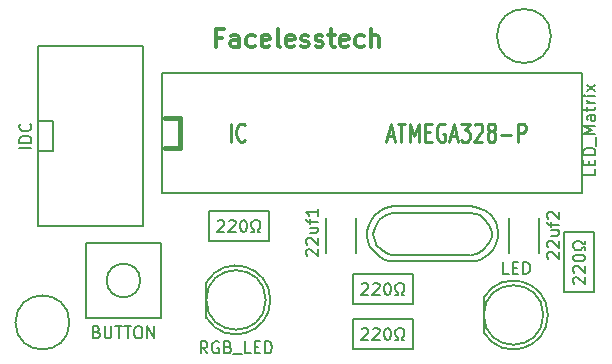
<source format=gbr>
G04 #@! TF.FileFunction,Legend,Top*
%FSLAX46Y46*%
G04 Gerber Fmt 4.6, Leading zero omitted, Abs format (unit mm)*
G04 Created by KiCad (PCBNEW 0.201509182046+6202~30~ubuntu15.04.1-product) date Mon 21 Sep 2015 15:06:14 BST*
%MOMM*%
G01*
G04 APERTURE LIST*
%ADD10C,0.100000*%
%ADD11C,0.300000*%
%ADD12C,0.150000*%
%ADD13C,0.381000*%
%ADD14C,0.285750*%
G04 APERTURE END LIST*
D10*
D11*
X144356144Y-64281857D02*
X143856144Y-64281857D01*
X143856144Y-65067571D02*
X143856144Y-63567571D01*
X144570430Y-63567571D01*
X145784715Y-65067571D02*
X145784715Y-64281857D01*
X145713286Y-64139000D01*
X145570429Y-64067571D01*
X145284715Y-64067571D01*
X145141858Y-64139000D01*
X145784715Y-64996143D02*
X145641858Y-65067571D01*
X145284715Y-65067571D01*
X145141858Y-64996143D01*
X145070429Y-64853286D01*
X145070429Y-64710429D01*
X145141858Y-64567571D01*
X145284715Y-64496143D01*
X145641858Y-64496143D01*
X145784715Y-64424714D01*
X147141858Y-64996143D02*
X146999001Y-65067571D01*
X146713287Y-65067571D01*
X146570429Y-64996143D01*
X146499001Y-64924714D01*
X146427572Y-64781857D01*
X146427572Y-64353286D01*
X146499001Y-64210429D01*
X146570429Y-64139000D01*
X146713287Y-64067571D01*
X146999001Y-64067571D01*
X147141858Y-64139000D01*
X148356143Y-64996143D02*
X148213286Y-65067571D01*
X147927572Y-65067571D01*
X147784715Y-64996143D01*
X147713286Y-64853286D01*
X147713286Y-64281857D01*
X147784715Y-64139000D01*
X147927572Y-64067571D01*
X148213286Y-64067571D01*
X148356143Y-64139000D01*
X148427572Y-64281857D01*
X148427572Y-64424714D01*
X147713286Y-64567571D01*
X149284715Y-65067571D02*
X149141857Y-64996143D01*
X149070429Y-64853286D01*
X149070429Y-63567571D01*
X150427571Y-64996143D02*
X150284714Y-65067571D01*
X149999000Y-65067571D01*
X149856143Y-64996143D01*
X149784714Y-64853286D01*
X149784714Y-64281857D01*
X149856143Y-64139000D01*
X149999000Y-64067571D01*
X150284714Y-64067571D01*
X150427571Y-64139000D01*
X150499000Y-64281857D01*
X150499000Y-64424714D01*
X149784714Y-64567571D01*
X151070428Y-64996143D02*
X151213285Y-65067571D01*
X151499000Y-65067571D01*
X151641857Y-64996143D01*
X151713285Y-64853286D01*
X151713285Y-64781857D01*
X151641857Y-64639000D01*
X151499000Y-64567571D01*
X151284714Y-64567571D01*
X151141857Y-64496143D01*
X151070428Y-64353286D01*
X151070428Y-64281857D01*
X151141857Y-64139000D01*
X151284714Y-64067571D01*
X151499000Y-64067571D01*
X151641857Y-64139000D01*
X152284714Y-64996143D02*
X152427571Y-65067571D01*
X152713286Y-65067571D01*
X152856143Y-64996143D01*
X152927571Y-64853286D01*
X152927571Y-64781857D01*
X152856143Y-64639000D01*
X152713286Y-64567571D01*
X152499000Y-64567571D01*
X152356143Y-64496143D01*
X152284714Y-64353286D01*
X152284714Y-64281857D01*
X152356143Y-64139000D01*
X152499000Y-64067571D01*
X152713286Y-64067571D01*
X152856143Y-64139000D01*
X153356143Y-64067571D02*
X153927572Y-64067571D01*
X153570429Y-63567571D02*
X153570429Y-64853286D01*
X153641857Y-64996143D01*
X153784715Y-65067571D01*
X153927572Y-65067571D01*
X154999000Y-64996143D02*
X154856143Y-65067571D01*
X154570429Y-65067571D01*
X154427572Y-64996143D01*
X154356143Y-64853286D01*
X154356143Y-64281857D01*
X154427572Y-64139000D01*
X154570429Y-64067571D01*
X154856143Y-64067571D01*
X154999000Y-64139000D01*
X155070429Y-64281857D01*
X155070429Y-64424714D01*
X154356143Y-64567571D01*
X156356143Y-64996143D02*
X156213286Y-65067571D01*
X155927572Y-65067571D01*
X155784714Y-64996143D01*
X155713286Y-64924714D01*
X155641857Y-64781857D01*
X155641857Y-64353286D01*
X155713286Y-64210429D01*
X155784714Y-64139000D01*
X155927572Y-64067571D01*
X156213286Y-64067571D01*
X156356143Y-64139000D01*
X156999000Y-65067571D02*
X156999000Y-63567571D01*
X157641857Y-65067571D02*
X157641857Y-64281857D01*
X157570428Y-64139000D01*
X157427571Y-64067571D01*
X157213286Y-64067571D01*
X157070428Y-64139000D01*
X156999000Y-64210429D01*
D12*
X157480000Y-81899760D02*
X157279340Y-81498440D01*
X157279340Y-81498440D02*
X157177740Y-80899000D01*
X157177740Y-80899000D02*
X157279340Y-80398620D01*
X157279340Y-80398620D02*
X157678120Y-79700120D01*
X157678120Y-79700120D02*
X158280100Y-79298800D01*
X158280100Y-79298800D02*
X158879540Y-79098140D01*
X158879540Y-79098140D02*
X165478460Y-79098140D01*
X165478460Y-79098140D02*
X166179500Y-79298800D01*
X166179500Y-79298800D02*
X166578280Y-79598520D01*
X166578280Y-79598520D02*
X166979600Y-80098900D01*
X166979600Y-80098900D02*
X167180260Y-80698340D01*
X167180260Y-80698340D02*
X167180260Y-81198720D01*
X167180260Y-81198720D02*
X166979600Y-81699100D01*
X166979600Y-81699100D02*
X166479220Y-82298540D01*
X166479220Y-82298540D02*
X165978840Y-82598260D01*
X165978840Y-82598260D02*
X165478460Y-82699860D01*
X165379400Y-82699860D02*
X158777940Y-82699860D01*
X158777940Y-82699860D02*
X158379160Y-82598260D01*
X158379160Y-82598260D02*
X157878780Y-82298540D01*
X157878780Y-82298540D02*
X157378400Y-81798160D01*
X165369240Y-83228180D02*
X165828980Y-83179920D01*
X165828980Y-83179920D02*
X166227760Y-83068160D01*
X166227760Y-83068160D02*
X166659560Y-82849720D01*
X166659560Y-82849720D02*
X166949120Y-82618580D01*
X166949120Y-82618580D02*
X167279320Y-82268060D01*
X167279320Y-82268060D02*
X167568880Y-81729580D01*
X167568880Y-81729580D02*
X167698420Y-81130140D01*
X167698420Y-81130140D02*
X167698420Y-80619600D01*
X167698420Y-80619600D02*
X167528240Y-79918560D01*
X167528240Y-79918560D02*
X167129460Y-79329280D01*
X167129460Y-79329280D02*
X166669720Y-78958440D01*
X166669720Y-78958440D02*
X166248080Y-78750160D01*
X166248080Y-78750160D02*
X165798500Y-78590140D01*
X165798500Y-78590140D02*
X165359080Y-78559660D01*
X158018480Y-78778100D02*
X157640020Y-78999080D01*
X157640020Y-78999080D02*
X157319980Y-79278480D01*
X157319980Y-79278480D02*
X157068520Y-79608680D01*
X157068520Y-79608680D02*
X156768800Y-80159860D01*
X156768800Y-80159860D02*
X156659580Y-80629760D01*
X156659580Y-80629760D02*
X156639260Y-81089500D01*
X156639260Y-81089500D02*
X156728160Y-81549240D01*
X156728160Y-81549240D02*
X156918660Y-81998820D01*
X156918660Y-81998820D02*
X157279340Y-82468720D01*
X157279340Y-82468720D02*
X157629860Y-82788760D01*
X157629860Y-82788760D02*
X158018480Y-83019900D01*
X158018480Y-83019900D02*
X158447740Y-83159600D01*
X158447740Y-83159600D02*
X158889700Y-83228180D01*
X165379400Y-78569820D02*
X158927800Y-78569820D01*
X158927800Y-78569820D02*
X158508700Y-78607920D01*
X158508700Y-78607920D02*
X158018480Y-78778100D01*
X165379400Y-83228180D02*
X158927800Y-83228180D01*
X155682000Y-79506000D02*
X155682000Y-82506000D01*
X153182000Y-82506000D02*
X153182000Y-79506000D01*
X171176000Y-79506000D02*
X171176000Y-82506000D01*
X168676000Y-82506000D02*
X168676000Y-79506000D01*
X166552112Y-89281904D02*
G75*
G03X166537000Y-86257000I2484888J1524904D01*
G01*
X166537000Y-89257000D02*
X166537000Y-86257000D01*
X171554936Y-87757000D02*
G75*
G03X171554936Y-87757000I-2517936J0D01*
G01*
X139319000Y-67310000D02*
X174879000Y-67310000D01*
X174879000Y-67310000D02*
X174879000Y-77470000D01*
X174879000Y-77470000D02*
X139319000Y-77470000D01*
X139319000Y-77470000D02*
X139319000Y-67310000D01*
D13*
X139573000Y-71120000D02*
X140843000Y-71120000D01*
X140843000Y-71120000D02*
X140843000Y-73660000D01*
X140843000Y-73660000D02*
X139573000Y-73660000D01*
D12*
X143256000Y-78994000D02*
X148336000Y-78994000D01*
X148336000Y-78994000D02*
X148336000Y-81534000D01*
X148336000Y-81534000D02*
X143256000Y-81534000D01*
X143256000Y-81534000D02*
X143256000Y-78994000D01*
X155448000Y-84328000D02*
X160528000Y-84328000D01*
X160528000Y-84328000D02*
X160528000Y-86868000D01*
X160528000Y-86868000D02*
X155448000Y-86868000D01*
X155448000Y-86868000D02*
X155448000Y-84328000D01*
X155448000Y-88138000D02*
X160528000Y-88138000D01*
X160528000Y-88138000D02*
X160528000Y-90678000D01*
X160528000Y-90678000D02*
X155448000Y-90678000D01*
X155448000Y-90678000D02*
X155448000Y-88138000D01*
X175895000Y-80772000D02*
X175895000Y-85852000D01*
X175895000Y-85852000D02*
X173355000Y-85852000D01*
X173355000Y-85852000D02*
X173355000Y-80772000D01*
X173355000Y-80772000D02*
X175895000Y-80772000D01*
X130048000Y-71374000D02*
X130048000Y-73914000D01*
X130048000Y-73914000D02*
X128778000Y-73914000D01*
X128778000Y-71374000D02*
X130048000Y-71374000D01*
X137668000Y-65024000D02*
X137668000Y-80264000D01*
X137668000Y-80264000D02*
X128778000Y-80264000D01*
X128778000Y-80264000D02*
X128778000Y-65024000D01*
X128778000Y-65024000D02*
X137668000Y-65024000D01*
X143057112Y-88011904D02*
G75*
G03X143042000Y-84987000I2484888J1524904D01*
G01*
X143042000Y-87987000D02*
X143042000Y-84987000D01*
X148059936Y-86487000D02*
G75*
G03X148059936Y-86487000I-2517936J0D01*
G01*
X137436903Y-84836000D02*
G75*
G03X137436903Y-84836000I-1419903J0D01*
G01*
X139192000Y-88011000D02*
X132842000Y-88011000D01*
X132842000Y-88011000D02*
X132842000Y-82931000D01*
X132842000Y-82931000D02*
X132842000Y-81661000D01*
X132842000Y-81661000D02*
X139192000Y-81661000D01*
X139192000Y-81661000D02*
X139192000Y-88011000D01*
X172212000Y-64135000D02*
G75*
G03X172212000Y-64135000I-2286000J0D01*
G01*
X131445000Y-88392000D02*
G75*
G03X131445000Y-88392000I-2286000J0D01*
G01*
X151566619Y-82748191D02*
X151519000Y-82700572D01*
X151471381Y-82605334D01*
X151471381Y-82367238D01*
X151519000Y-82272000D01*
X151566619Y-82224381D01*
X151661857Y-82176762D01*
X151757095Y-82176762D01*
X151899952Y-82224381D01*
X152471381Y-82795810D01*
X152471381Y-82176762D01*
X151566619Y-81795810D02*
X151519000Y-81748191D01*
X151471381Y-81652953D01*
X151471381Y-81414857D01*
X151519000Y-81319619D01*
X151566619Y-81272000D01*
X151661857Y-81224381D01*
X151757095Y-81224381D01*
X151899952Y-81272000D01*
X152471381Y-81843429D01*
X152471381Y-81224381D01*
X151804714Y-80367238D02*
X152471381Y-80367238D01*
X151804714Y-80795810D02*
X152328524Y-80795810D01*
X152423762Y-80748191D01*
X152471381Y-80652953D01*
X152471381Y-80510095D01*
X152423762Y-80414857D01*
X152376143Y-80367238D01*
X151804714Y-80033905D02*
X151804714Y-79652953D01*
X152471381Y-79891048D02*
X151614238Y-79891048D01*
X151519000Y-79843429D01*
X151471381Y-79748191D01*
X151471381Y-79652953D01*
X152471381Y-78795809D02*
X152471381Y-79367238D01*
X152471381Y-79081524D02*
X151471381Y-79081524D01*
X151614238Y-79176762D01*
X151709476Y-79272000D01*
X151757095Y-79367238D01*
X171973619Y-82982191D02*
X171926000Y-82934572D01*
X171878381Y-82839334D01*
X171878381Y-82601238D01*
X171926000Y-82506000D01*
X171973619Y-82458381D01*
X172068857Y-82410762D01*
X172164095Y-82410762D01*
X172306952Y-82458381D01*
X172878381Y-83029810D01*
X172878381Y-82410762D01*
X171973619Y-82029810D02*
X171926000Y-81982191D01*
X171878381Y-81886953D01*
X171878381Y-81648857D01*
X171926000Y-81553619D01*
X171973619Y-81506000D01*
X172068857Y-81458381D01*
X172164095Y-81458381D01*
X172306952Y-81506000D01*
X172878381Y-82077429D01*
X172878381Y-81458381D01*
X172211714Y-80601238D02*
X172878381Y-80601238D01*
X172211714Y-81029810D02*
X172735524Y-81029810D01*
X172830762Y-80982191D01*
X172878381Y-80886953D01*
X172878381Y-80744095D01*
X172830762Y-80648857D01*
X172783143Y-80601238D01*
X172211714Y-80267905D02*
X172211714Y-79886953D01*
X172878381Y-80125048D02*
X172021238Y-80125048D01*
X171926000Y-80077429D01*
X171878381Y-79982191D01*
X171878381Y-79886953D01*
X171973619Y-79601238D02*
X171926000Y-79553619D01*
X171878381Y-79458381D01*
X171878381Y-79220285D01*
X171926000Y-79125047D01*
X171973619Y-79077428D01*
X172068857Y-79029809D01*
X172164095Y-79029809D01*
X172306952Y-79077428D01*
X172878381Y-79648857D01*
X172878381Y-79029809D01*
X168648143Y-84272381D02*
X168171952Y-84272381D01*
X168171952Y-83272381D01*
X168981476Y-83748571D02*
X169314810Y-83748571D01*
X169457667Y-84272381D02*
X168981476Y-84272381D01*
X168981476Y-83272381D01*
X169457667Y-83272381D01*
X169886238Y-84272381D02*
X169886238Y-83272381D01*
X170124333Y-83272381D01*
X170267191Y-83320000D01*
X170362429Y-83415238D01*
X170410048Y-83510476D01*
X170457667Y-83700952D01*
X170457667Y-83843810D01*
X170410048Y-84034286D01*
X170362429Y-84129524D01*
X170267191Y-84224762D01*
X170124333Y-84272381D01*
X169886238Y-84272381D01*
D14*
X145097500Y-73079429D02*
X145097500Y-71555429D01*
X146294929Y-72934286D02*
X146240500Y-73006857D01*
X146077214Y-73079429D01*
X145968357Y-73079429D01*
X145805072Y-73006857D01*
X145696214Y-72861714D01*
X145641786Y-72716571D01*
X145587357Y-72426286D01*
X145587357Y-72208571D01*
X145641786Y-71918286D01*
X145696214Y-71773143D01*
X145805072Y-71628000D01*
X145968357Y-71555429D01*
X146077214Y-71555429D01*
X146240500Y-71628000D01*
X146294929Y-71700571D01*
X158359929Y-72644000D02*
X158904215Y-72644000D01*
X158251072Y-73079429D02*
X158632072Y-71555429D01*
X159013072Y-73079429D01*
X159230786Y-71555429D02*
X159883929Y-71555429D01*
X159557358Y-73079429D02*
X159557358Y-71555429D01*
X160264929Y-73079429D02*
X160264929Y-71555429D01*
X160645929Y-72644000D01*
X161026929Y-71555429D01*
X161026929Y-73079429D01*
X161571215Y-72281143D02*
X161952215Y-72281143D01*
X162115501Y-73079429D02*
X161571215Y-73079429D01*
X161571215Y-71555429D01*
X162115501Y-71555429D01*
X163204072Y-71628000D02*
X163095215Y-71555429D01*
X162931929Y-71555429D01*
X162768644Y-71628000D01*
X162659786Y-71773143D01*
X162605358Y-71918286D01*
X162550929Y-72208571D01*
X162550929Y-72426286D01*
X162605358Y-72716571D01*
X162659786Y-72861714D01*
X162768644Y-73006857D01*
X162931929Y-73079429D01*
X163040786Y-73079429D01*
X163204072Y-73006857D01*
X163258501Y-72934286D01*
X163258501Y-72426286D01*
X163040786Y-72426286D01*
X163693929Y-72644000D02*
X164238215Y-72644000D01*
X163585072Y-73079429D02*
X163966072Y-71555429D01*
X164347072Y-73079429D01*
X164619215Y-71555429D02*
X165326786Y-71555429D01*
X164945786Y-72136000D01*
X165109072Y-72136000D01*
X165217929Y-72208571D01*
X165272358Y-72281143D01*
X165326786Y-72426286D01*
X165326786Y-72789143D01*
X165272358Y-72934286D01*
X165217929Y-73006857D01*
X165109072Y-73079429D01*
X164782500Y-73079429D01*
X164673643Y-73006857D01*
X164619215Y-72934286D01*
X165762214Y-71700571D02*
X165816643Y-71628000D01*
X165925500Y-71555429D01*
X166197643Y-71555429D01*
X166306500Y-71628000D01*
X166360929Y-71700571D01*
X166415357Y-71845714D01*
X166415357Y-71990857D01*
X166360929Y-72208571D01*
X165707786Y-73079429D01*
X166415357Y-73079429D01*
X167068500Y-72208571D02*
X166959642Y-72136000D01*
X166905214Y-72063429D01*
X166850785Y-71918286D01*
X166850785Y-71845714D01*
X166905214Y-71700571D01*
X166959642Y-71628000D01*
X167068500Y-71555429D01*
X167286214Y-71555429D01*
X167395071Y-71628000D01*
X167449500Y-71700571D01*
X167503928Y-71845714D01*
X167503928Y-71918286D01*
X167449500Y-72063429D01*
X167395071Y-72136000D01*
X167286214Y-72208571D01*
X167068500Y-72208571D01*
X166959642Y-72281143D01*
X166905214Y-72353714D01*
X166850785Y-72498857D01*
X166850785Y-72789143D01*
X166905214Y-72934286D01*
X166959642Y-73006857D01*
X167068500Y-73079429D01*
X167286214Y-73079429D01*
X167395071Y-73006857D01*
X167449500Y-72934286D01*
X167503928Y-72789143D01*
X167503928Y-72498857D01*
X167449500Y-72353714D01*
X167395071Y-72281143D01*
X167286214Y-72208571D01*
X167993785Y-72498857D02*
X168864642Y-72498857D01*
X169408928Y-73079429D02*
X169408928Y-71555429D01*
X169844356Y-71555429D01*
X169953214Y-71628000D01*
X170007642Y-71700571D01*
X170062071Y-71845714D01*
X170062071Y-72063429D01*
X170007642Y-72208571D01*
X169953214Y-72281143D01*
X169844356Y-72353714D01*
X169408928Y-72353714D01*
D12*
X143986476Y-79811619D02*
X144034095Y-79764000D01*
X144129333Y-79716381D01*
X144367429Y-79716381D01*
X144462667Y-79764000D01*
X144510286Y-79811619D01*
X144557905Y-79906857D01*
X144557905Y-80002095D01*
X144510286Y-80144952D01*
X143938857Y-80716381D01*
X144557905Y-80716381D01*
X144938857Y-79811619D02*
X144986476Y-79764000D01*
X145081714Y-79716381D01*
X145319810Y-79716381D01*
X145415048Y-79764000D01*
X145462667Y-79811619D01*
X145510286Y-79906857D01*
X145510286Y-80002095D01*
X145462667Y-80144952D01*
X144891238Y-80716381D01*
X145510286Y-80716381D01*
X146129333Y-79716381D02*
X146224572Y-79716381D01*
X146319810Y-79764000D01*
X146367429Y-79811619D01*
X146415048Y-79906857D01*
X146462667Y-80097333D01*
X146462667Y-80335429D01*
X146415048Y-80525905D01*
X146367429Y-80621143D01*
X146319810Y-80668762D01*
X146224572Y-80716381D01*
X146129333Y-80716381D01*
X146034095Y-80668762D01*
X145986476Y-80621143D01*
X145938857Y-80525905D01*
X145891238Y-80335429D01*
X145891238Y-80097333D01*
X145938857Y-79906857D01*
X145986476Y-79811619D01*
X146034095Y-79764000D01*
X146129333Y-79716381D01*
X146843619Y-80716381D02*
X147081714Y-80716381D01*
X147081714Y-80525905D01*
X146986476Y-80478286D01*
X146891238Y-80383048D01*
X146843619Y-80240190D01*
X146843619Y-80002095D01*
X146891238Y-79859238D01*
X146986476Y-79764000D01*
X147129333Y-79716381D01*
X147319810Y-79716381D01*
X147462667Y-79764000D01*
X147557905Y-79859238D01*
X147605524Y-80002095D01*
X147605524Y-80240190D01*
X147557905Y-80383048D01*
X147462667Y-80478286D01*
X147367429Y-80525905D01*
X147367429Y-80716381D01*
X147605524Y-80716381D01*
X156178476Y-85145619D02*
X156226095Y-85098000D01*
X156321333Y-85050381D01*
X156559429Y-85050381D01*
X156654667Y-85098000D01*
X156702286Y-85145619D01*
X156749905Y-85240857D01*
X156749905Y-85336095D01*
X156702286Y-85478952D01*
X156130857Y-86050381D01*
X156749905Y-86050381D01*
X157130857Y-85145619D02*
X157178476Y-85098000D01*
X157273714Y-85050381D01*
X157511810Y-85050381D01*
X157607048Y-85098000D01*
X157654667Y-85145619D01*
X157702286Y-85240857D01*
X157702286Y-85336095D01*
X157654667Y-85478952D01*
X157083238Y-86050381D01*
X157702286Y-86050381D01*
X158321333Y-85050381D02*
X158416572Y-85050381D01*
X158511810Y-85098000D01*
X158559429Y-85145619D01*
X158607048Y-85240857D01*
X158654667Y-85431333D01*
X158654667Y-85669429D01*
X158607048Y-85859905D01*
X158559429Y-85955143D01*
X158511810Y-86002762D01*
X158416572Y-86050381D01*
X158321333Y-86050381D01*
X158226095Y-86002762D01*
X158178476Y-85955143D01*
X158130857Y-85859905D01*
X158083238Y-85669429D01*
X158083238Y-85431333D01*
X158130857Y-85240857D01*
X158178476Y-85145619D01*
X158226095Y-85098000D01*
X158321333Y-85050381D01*
X159035619Y-86050381D02*
X159273714Y-86050381D01*
X159273714Y-85859905D01*
X159178476Y-85812286D01*
X159083238Y-85717048D01*
X159035619Y-85574190D01*
X159035619Y-85336095D01*
X159083238Y-85193238D01*
X159178476Y-85098000D01*
X159321333Y-85050381D01*
X159511810Y-85050381D01*
X159654667Y-85098000D01*
X159749905Y-85193238D01*
X159797524Y-85336095D01*
X159797524Y-85574190D01*
X159749905Y-85717048D01*
X159654667Y-85812286D01*
X159559429Y-85859905D01*
X159559429Y-86050381D01*
X159797524Y-86050381D01*
X156178476Y-88955619D02*
X156226095Y-88908000D01*
X156321333Y-88860381D01*
X156559429Y-88860381D01*
X156654667Y-88908000D01*
X156702286Y-88955619D01*
X156749905Y-89050857D01*
X156749905Y-89146095D01*
X156702286Y-89288952D01*
X156130857Y-89860381D01*
X156749905Y-89860381D01*
X157130857Y-88955619D02*
X157178476Y-88908000D01*
X157273714Y-88860381D01*
X157511810Y-88860381D01*
X157607048Y-88908000D01*
X157654667Y-88955619D01*
X157702286Y-89050857D01*
X157702286Y-89146095D01*
X157654667Y-89288952D01*
X157083238Y-89860381D01*
X157702286Y-89860381D01*
X158321333Y-88860381D02*
X158416572Y-88860381D01*
X158511810Y-88908000D01*
X158559429Y-88955619D01*
X158607048Y-89050857D01*
X158654667Y-89241333D01*
X158654667Y-89479429D01*
X158607048Y-89669905D01*
X158559429Y-89765143D01*
X158511810Y-89812762D01*
X158416572Y-89860381D01*
X158321333Y-89860381D01*
X158226095Y-89812762D01*
X158178476Y-89765143D01*
X158130857Y-89669905D01*
X158083238Y-89479429D01*
X158083238Y-89241333D01*
X158130857Y-89050857D01*
X158178476Y-88955619D01*
X158226095Y-88908000D01*
X158321333Y-88860381D01*
X159035619Y-89860381D02*
X159273714Y-89860381D01*
X159273714Y-89669905D01*
X159178476Y-89622286D01*
X159083238Y-89527048D01*
X159035619Y-89384190D01*
X159035619Y-89146095D01*
X159083238Y-89003238D01*
X159178476Y-88908000D01*
X159321333Y-88860381D01*
X159511810Y-88860381D01*
X159654667Y-88908000D01*
X159749905Y-89003238D01*
X159797524Y-89146095D01*
X159797524Y-89384190D01*
X159749905Y-89527048D01*
X159654667Y-89622286D01*
X159559429Y-89669905D01*
X159559429Y-89860381D01*
X159797524Y-89860381D01*
X174172619Y-85121524D02*
X174125000Y-85073905D01*
X174077381Y-84978667D01*
X174077381Y-84740571D01*
X174125000Y-84645333D01*
X174172619Y-84597714D01*
X174267857Y-84550095D01*
X174363095Y-84550095D01*
X174505952Y-84597714D01*
X175077381Y-85169143D01*
X175077381Y-84550095D01*
X174172619Y-84169143D02*
X174125000Y-84121524D01*
X174077381Y-84026286D01*
X174077381Y-83788190D01*
X174125000Y-83692952D01*
X174172619Y-83645333D01*
X174267857Y-83597714D01*
X174363095Y-83597714D01*
X174505952Y-83645333D01*
X175077381Y-84216762D01*
X175077381Y-83597714D01*
X174077381Y-82978667D02*
X174077381Y-82883428D01*
X174125000Y-82788190D01*
X174172619Y-82740571D01*
X174267857Y-82692952D01*
X174458333Y-82645333D01*
X174696429Y-82645333D01*
X174886905Y-82692952D01*
X174982143Y-82740571D01*
X175029762Y-82788190D01*
X175077381Y-82883428D01*
X175077381Y-82978667D01*
X175029762Y-83073905D01*
X174982143Y-83121524D01*
X174886905Y-83169143D01*
X174696429Y-83216762D01*
X174458333Y-83216762D01*
X174267857Y-83169143D01*
X174172619Y-83121524D01*
X174125000Y-83073905D01*
X174077381Y-82978667D01*
X175077381Y-82264381D02*
X175077381Y-82026286D01*
X174886905Y-82026286D01*
X174839286Y-82121524D01*
X174744048Y-82216762D01*
X174601190Y-82264381D01*
X174363095Y-82264381D01*
X174220238Y-82216762D01*
X174125000Y-82121524D01*
X174077381Y-81978667D01*
X174077381Y-81788190D01*
X174125000Y-81645333D01*
X174220238Y-81550095D01*
X174363095Y-81502476D01*
X174601190Y-81502476D01*
X174744048Y-81550095D01*
X174839286Y-81645333D01*
X174886905Y-81740571D01*
X175077381Y-81740571D01*
X175077381Y-81502476D01*
X175966381Y-75421714D02*
X175966381Y-75897905D01*
X174966381Y-75897905D01*
X175442571Y-75088381D02*
X175442571Y-74755047D01*
X175966381Y-74612190D02*
X175966381Y-75088381D01*
X174966381Y-75088381D01*
X174966381Y-74612190D01*
X175966381Y-74183619D02*
X174966381Y-74183619D01*
X174966381Y-73945524D01*
X175014000Y-73802666D01*
X175109238Y-73707428D01*
X175204476Y-73659809D01*
X175394952Y-73612190D01*
X175537810Y-73612190D01*
X175728286Y-73659809D01*
X175823524Y-73707428D01*
X175918762Y-73802666D01*
X175966381Y-73945524D01*
X175966381Y-74183619D01*
X176061619Y-73421714D02*
X176061619Y-72659809D01*
X175966381Y-72421714D02*
X174966381Y-72421714D01*
X175680667Y-72088380D01*
X174966381Y-71755047D01*
X175966381Y-71755047D01*
X175966381Y-70850285D02*
X175442571Y-70850285D01*
X175347333Y-70897904D01*
X175299714Y-70993142D01*
X175299714Y-71183619D01*
X175347333Y-71278857D01*
X175918762Y-70850285D02*
X175966381Y-70945523D01*
X175966381Y-71183619D01*
X175918762Y-71278857D01*
X175823524Y-71326476D01*
X175728286Y-71326476D01*
X175633048Y-71278857D01*
X175585429Y-71183619D01*
X175585429Y-70945523D01*
X175537810Y-70850285D01*
X175299714Y-70516952D02*
X175299714Y-70136000D01*
X174966381Y-70374095D02*
X175823524Y-70374095D01*
X175918762Y-70326476D01*
X175966381Y-70231238D01*
X175966381Y-70136000D01*
X175966381Y-69802666D02*
X175299714Y-69802666D01*
X175490190Y-69802666D02*
X175394952Y-69755047D01*
X175347333Y-69707428D01*
X175299714Y-69612190D01*
X175299714Y-69516951D01*
X175966381Y-69183618D02*
X175299714Y-69183618D01*
X174966381Y-69183618D02*
X175014000Y-69231237D01*
X175061619Y-69183618D01*
X175014000Y-69135999D01*
X174966381Y-69183618D01*
X175061619Y-69183618D01*
X175966381Y-68802666D02*
X175299714Y-68278856D01*
X175299714Y-68802666D02*
X175966381Y-68278856D01*
X128214381Y-73644000D02*
X127214381Y-73644000D01*
X128214381Y-73167810D02*
X127214381Y-73167810D01*
X127214381Y-72929715D01*
X127262000Y-72786857D01*
X127357238Y-72691619D01*
X127452476Y-72644000D01*
X127642952Y-72596381D01*
X127785810Y-72596381D01*
X127976286Y-72644000D01*
X128071524Y-72691619D01*
X128166762Y-72786857D01*
X128214381Y-72929715D01*
X128214381Y-73167810D01*
X128119143Y-71596381D02*
X128166762Y-71644000D01*
X128214381Y-71786857D01*
X128214381Y-71882095D01*
X128166762Y-72024953D01*
X128071524Y-72120191D01*
X127976286Y-72167810D01*
X127785810Y-72215429D01*
X127642952Y-72215429D01*
X127452476Y-72167810D01*
X127357238Y-72120191D01*
X127262000Y-72024953D01*
X127214381Y-71882095D01*
X127214381Y-71786857D01*
X127262000Y-71644000D01*
X127309619Y-71596381D01*
X143113429Y-91003381D02*
X142780095Y-90527190D01*
X142542000Y-91003381D02*
X142542000Y-90003381D01*
X142922953Y-90003381D01*
X143018191Y-90051000D01*
X143065810Y-90098619D01*
X143113429Y-90193857D01*
X143113429Y-90336714D01*
X143065810Y-90431952D01*
X143018191Y-90479571D01*
X142922953Y-90527190D01*
X142542000Y-90527190D01*
X144065810Y-90051000D02*
X143970572Y-90003381D01*
X143827715Y-90003381D01*
X143684857Y-90051000D01*
X143589619Y-90146238D01*
X143542000Y-90241476D01*
X143494381Y-90431952D01*
X143494381Y-90574810D01*
X143542000Y-90765286D01*
X143589619Y-90860524D01*
X143684857Y-90955762D01*
X143827715Y-91003381D01*
X143922953Y-91003381D01*
X144065810Y-90955762D01*
X144113429Y-90908143D01*
X144113429Y-90574810D01*
X143922953Y-90574810D01*
X144875334Y-90479571D02*
X145018191Y-90527190D01*
X145065810Y-90574810D01*
X145113429Y-90670048D01*
X145113429Y-90812905D01*
X145065810Y-90908143D01*
X145018191Y-90955762D01*
X144922953Y-91003381D01*
X144542000Y-91003381D01*
X144542000Y-90003381D01*
X144875334Y-90003381D01*
X144970572Y-90051000D01*
X145018191Y-90098619D01*
X145065810Y-90193857D01*
X145065810Y-90289095D01*
X145018191Y-90384333D01*
X144970572Y-90431952D01*
X144875334Y-90479571D01*
X144542000Y-90479571D01*
X145303905Y-91098619D02*
X146065810Y-91098619D01*
X146780096Y-91003381D02*
X146303905Y-91003381D01*
X146303905Y-90003381D01*
X147113429Y-90479571D02*
X147446763Y-90479571D01*
X147589620Y-91003381D02*
X147113429Y-91003381D01*
X147113429Y-90003381D01*
X147589620Y-90003381D01*
X148018191Y-91003381D02*
X148018191Y-90003381D01*
X148256286Y-90003381D01*
X148399144Y-90051000D01*
X148494382Y-90146238D01*
X148542001Y-90241476D01*
X148589620Y-90431952D01*
X148589620Y-90574810D01*
X148542001Y-90765286D01*
X148494382Y-90860524D01*
X148399144Y-90955762D01*
X148256286Y-91003381D01*
X148018191Y-91003381D01*
X133755096Y-89209571D02*
X133897953Y-89257190D01*
X133945572Y-89304810D01*
X133993191Y-89400048D01*
X133993191Y-89542905D01*
X133945572Y-89638143D01*
X133897953Y-89685762D01*
X133802715Y-89733381D01*
X133421762Y-89733381D01*
X133421762Y-88733381D01*
X133755096Y-88733381D01*
X133850334Y-88781000D01*
X133897953Y-88828619D01*
X133945572Y-88923857D01*
X133945572Y-89019095D01*
X133897953Y-89114333D01*
X133850334Y-89161952D01*
X133755096Y-89209571D01*
X133421762Y-89209571D01*
X134421762Y-88733381D02*
X134421762Y-89542905D01*
X134469381Y-89638143D01*
X134517000Y-89685762D01*
X134612238Y-89733381D01*
X134802715Y-89733381D01*
X134897953Y-89685762D01*
X134945572Y-89638143D01*
X134993191Y-89542905D01*
X134993191Y-88733381D01*
X135326524Y-88733381D02*
X135897953Y-88733381D01*
X135612238Y-89733381D02*
X135612238Y-88733381D01*
X136088429Y-88733381D02*
X136659858Y-88733381D01*
X136374143Y-89733381D02*
X136374143Y-88733381D01*
X137183667Y-88733381D02*
X137374144Y-88733381D01*
X137469382Y-88781000D01*
X137564620Y-88876238D01*
X137612239Y-89066714D01*
X137612239Y-89400048D01*
X137564620Y-89590524D01*
X137469382Y-89685762D01*
X137374144Y-89733381D01*
X137183667Y-89733381D01*
X137088429Y-89685762D01*
X136993191Y-89590524D01*
X136945572Y-89400048D01*
X136945572Y-89066714D01*
X136993191Y-88876238D01*
X137088429Y-88781000D01*
X137183667Y-88733381D01*
X138040810Y-89733381D02*
X138040810Y-88733381D01*
X138612239Y-89733381D01*
X138612239Y-88733381D01*
M02*

</source>
